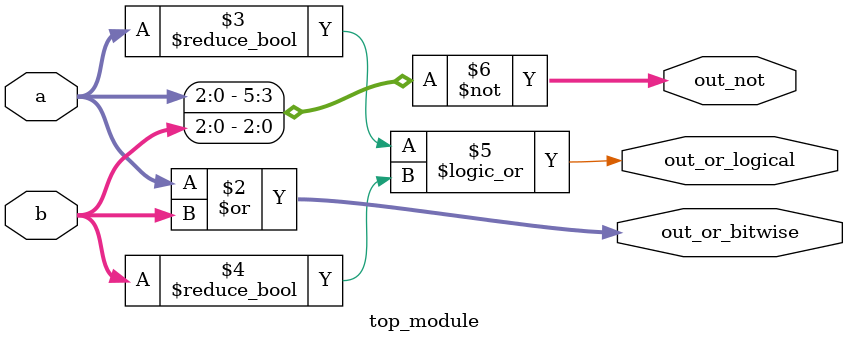
<source format=sv>
module top_module(
    input [2:0] a,
    input [2:0] b,
    output reg [2:0] out_or_bitwise,
    output reg out_or_logical,
    output reg [5:0] out_not
);

    always @(a, b)
    begin
        out_or_bitwise = a | b;
        out_or_logical = (a != 0) || (b != 0);
        out_not = ~{a, b};
    end

endmodule

</source>
